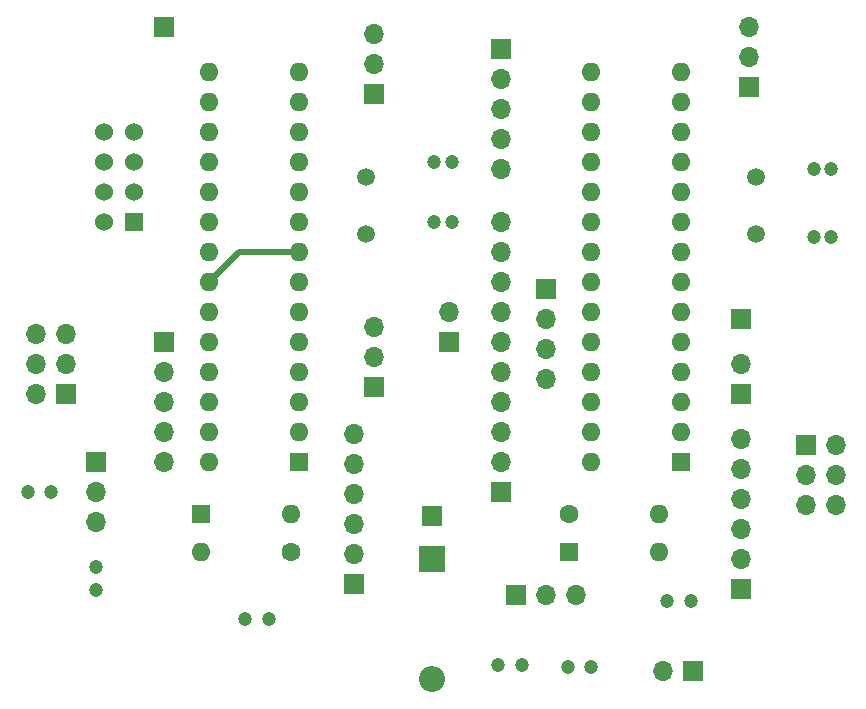
<source format=gtl>
G04 #@! TF.GenerationSoftware,KiCad,Pcbnew,(5.1.4)-1*
G04 #@! TF.CreationDate,2020-08-26T09:44:49+02:00*
G04 #@! TF.ProjectId,flight_controler,666c6967-6874-45f6-936f-6e74726f6c65,rev?*
G04 #@! TF.SameCoordinates,Original*
G04 #@! TF.FileFunction,Copper,L1,Top*
G04 #@! TF.FilePolarity,Positive*
%FSLAX46Y46*%
G04 Gerber Fmt 4.6, Leading zero omitted, Abs format (unit mm)*
G04 Created by KiCad (PCBNEW (5.1.4)-1) date 2020-08-26 09:44:49*
%MOMM*%
%LPD*%
G04 APERTURE LIST*
%ADD10R,1.700000X1.700000*%
%ADD11O,2.200000X2.200000*%
%ADD12R,2.200000X2.200000*%
%ADD13C,1.500000*%
%ADD14O,1.700000X1.700000*%
%ADD15C,1.200000*%
%ADD16O,1.600000X1.600000*%
%ADD17R,1.600000X1.600000*%
%ADD18C,1.600000*%
%ADD19R,1.524000X1.524000*%
%ADD20C,1.524000*%
%ADD21C,0.500000*%
G04 APERTURE END LIST*
D10*
X201803000Y-121412000D03*
D11*
X201739500Y-135255000D03*
D12*
X201739500Y-125095000D03*
D13*
X196215000Y-92710000D03*
X196215000Y-97610000D03*
D10*
X211455000Y-102235000D03*
D14*
X211455000Y-104775000D03*
X211455000Y-107315000D03*
X211455000Y-109855000D03*
D15*
X201930000Y-91440000D03*
X203430000Y-91440000D03*
X203430000Y-96520000D03*
X201930000Y-96520000D03*
X234085000Y-92075000D03*
X235585000Y-92075000D03*
X235585000Y-97790000D03*
X234085000Y-97790000D03*
X185960000Y-130175000D03*
X187960000Y-130175000D03*
X223710500Y-128651000D03*
X221710500Y-128651000D03*
X169545000Y-119380000D03*
X167545000Y-119380000D03*
X173355000Y-127730000D03*
X173355000Y-125730000D03*
X207391000Y-134048500D03*
X209391000Y-134048500D03*
X213265000Y-134239000D03*
X215265000Y-134239000D03*
D16*
X189865000Y-121285000D03*
D17*
X182245000Y-121285000D03*
X213360000Y-124460000D03*
D16*
X220980000Y-124460000D03*
D10*
X196850000Y-110490000D03*
D14*
X196850000Y-107950000D03*
X196850000Y-105410000D03*
X196850000Y-80645000D03*
X196850000Y-83185000D03*
D10*
X196850000Y-85725000D03*
D14*
X179070000Y-116840000D03*
X179070000Y-114300000D03*
X179070000Y-111760000D03*
X179070000Y-109220000D03*
D10*
X179070000Y-106680000D03*
X207645000Y-81915000D03*
D14*
X207645000Y-84455000D03*
X207645000Y-86995000D03*
X207645000Y-89535000D03*
X207645000Y-92075000D03*
D10*
X228600000Y-85090000D03*
D14*
X228600000Y-82550000D03*
X228600000Y-80010000D03*
D10*
X227965000Y-104775000D03*
X227965000Y-111125000D03*
D14*
X227965000Y-108585000D03*
D10*
X179070000Y-80010000D03*
D14*
X221361000Y-134556500D03*
D10*
X223901000Y-134556500D03*
D14*
X168275000Y-106045000D03*
X170815000Y-106045000D03*
X168275000Y-108585000D03*
X170815000Y-108585000D03*
X168275000Y-111125000D03*
D10*
X170815000Y-111125000D03*
X233426000Y-115443000D03*
D14*
X235966000Y-115443000D03*
X233426000Y-117983000D03*
X235966000Y-117983000D03*
X233426000Y-120523000D03*
X235966000Y-120523000D03*
D10*
X203200000Y-106680000D03*
D14*
X203200000Y-104140000D03*
D10*
X195199000Y-127190500D03*
D14*
X195199000Y-124650500D03*
X195199000Y-122110500D03*
X195199000Y-119570500D03*
X195199000Y-117030500D03*
X195199000Y-114490500D03*
X227965000Y-114935000D03*
X227965000Y-117475000D03*
X227965000Y-120015000D03*
X227965000Y-122555000D03*
X227965000Y-125095000D03*
D10*
X227965000Y-127635000D03*
X207645000Y-119380000D03*
D14*
X207645000Y-116840000D03*
X207645000Y-114300000D03*
X207645000Y-111760000D03*
X207645000Y-109220000D03*
X207645000Y-106680000D03*
X207645000Y-104140000D03*
X207645000Y-101600000D03*
X207645000Y-99060000D03*
X207645000Y-96520000D03*
D18*
X189865000Y-124460000D03*
D16*
X182245000Y-124460000D03*
X220980000Y-121285000D03*
D18*
X213360000Y-121285000D03*
D10*
X173355000Y-116840000D03*
D14*
X173355000Y-119380000D03*
X173355000Y-121920000D03*
X213931500Y-128143000D03*
X211391500Y-128143000D03*
D10*
X208851500Y-128143000D03*
D17*
X222885000Y-116840000D03*
D16*
X215265000Y-83820000D03*
X222885000Y-114300000D03*
X215265000Y-86360000D03*
X222885000Y-111760000D03*
X215265000Y-88900000D03*
X222885000Y-109220000D03*
X215265000Y-91440000D03*
X222885000Y-106680000D03*
X215265000Y-93980000D03*
X222885000Y-104140000D03*
X215265000Y-96520000D03*
X222885000Y-101600000D03*
X215265000Y-99060000D03*
X222885000Y-99060000D03*
X215265000Y-101600000D03*
X222885000Y-96520000D03*
X215265000Y-104140000D03*
X222885000Y-93980000D03*
X215265000Y-106680000D03*
X222885000Y-91440000D03*
X215265000Y-109220000D03*
X222885000Y-88900000D03*
X215265000Y-111760000D03*
X222885000Y-86360000D03*
X215265000Y-114300000D03*
X222885000Y-83820000D03*
X215265000Y-116840000D03*
D19*
X176530000Y-96520000D03*
D20*
X173990000Y-96520000D03*
X176530000Y-93980000D03*
X173990000Y-93980000D03*
X176530000Y-91440000D03*
X173990000Y-91440000D03*
X176530000Y-88900000D03*
X173990000Y-88900000D03*
D16*
X182880000Y-116840000D03*
X190500000Y-83820000D03*
X182880000Y-114300000D03*
X190500000Y-86360000D03*
X182880000Y-111760000D03*
X190500000Y-88900000D03*
X182880000Y-109220000D03*
X190500000Y-91440000D03*
X182880000Y-106680000D03*
X190500000Y-93980000D03*
X182880000Y-104140000D03*
X190500000Y-96520000D03*
X182880000Y-101600000D03*
X190500000Y-99060000D03*
X182880000Y-99060000D03*
X190500000Y-101600000D03*
X182880000Y-96520000D03*
X190500000Y-104140000D03*
X182880000Y-93980000D03*
X190500000Y-106680000D03*
X182880000Y-91440000D03*
X190500000Y-109220000D03*
X182880000Y-88900000D03*
X190500000Y-111760000D03*
X182880000Y-86360000D03*
X190500000Y-114300000D03*
X182880000Y-83820000D03*
D17*
X190500000Y-116840000D03*
D13*
X229235000Y-97610000D03*
X229235000Y-92710000D03*
D21*
X185420000Y-99060000D02*
X190500000Y-99060000D01*
X182880000Y-101600000D02*
X185420000Y-99060000D01*
X229415000Y-97790000D02*
X229235000Y-97610000D01*
M02*

</source>
